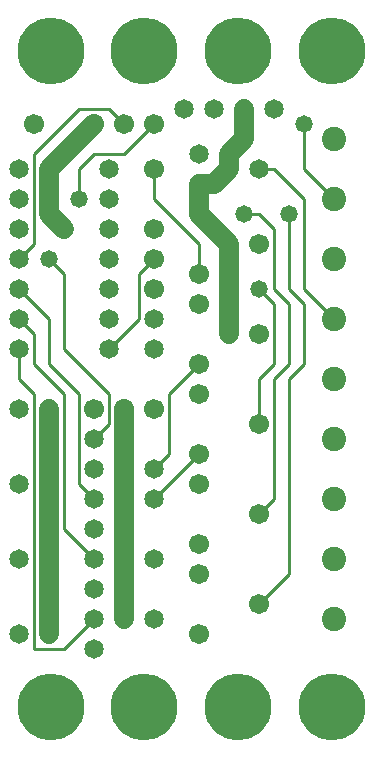
<source format=gtl>
%MOIN*%
%FSLAX25Y25*%
G04 D10 used for Character Trace; *
G04     Circle (OD=.01000) (No hole)*
G04 D11 used for Power Trace; *
G04     Circle (OD=.06700) (No hole)*
G04 D12 used for Signal Trace; *
G04     Circle (OD=.01100) (No hole)*
G04 D13 used for Via; *
G04     Circle (OD=.05800) (Round. Hole ID=.02800)*
G04 D14 used for Component hole; *
G04     Circle (OD=.06500) (Round. Hole ID=.03500)*
G04 D15 used for Component hole; *
G04     Circle (OD=.06700) (Round. Hole ID=.04300)*
G04 D16 used for Component hole; *
G04     Circle (OD=.08100) (Round. Hole ID=.05100)*
G04 D17 used for Component hole; *
G04     Circle (OD=.08900) (Round. Hole ID=.05900)*
G04 D18 used for Component hole; *
G04     Circle (OD=.11300) (Round. Hole ID=.08300)*
G04 D19 used for Component hole; *
G04     Circle (OD=.16000) (Round. Hole ID=.13000)*
G04 D20 used for Component hole; *
G04     Circle (OD=.18300) (Round. Hole ID=.15300)*
G04 D21 used for Component hole; *
G04     Circle (OD=.22291) (Round. Hole ID=.19291)*
%ADD10C,.01000*%
%ADD11C,.06700*%
%ADD12C,.01100*%
%ADD13C,.05800*%
%ADD14C,.06500*%
%ADD15C,.06700*%
%ADD16C,.08100*%
%ADD17C,.08900*%
%ADD18C,.11300*%
%ADD19C,.16000*%
%ADD20C,.18300*%
%ADD21C,.22291*%
%IPPOS*%
%LPD*%
G90*X0Y0D02*D21*X15625Y15625D03*D14*              
X30000Y35000D03*D12*X10000D02*X20000D01*X10000D02*
Y120000D01*X5000Y125000D01*Y135000D01*D14*D03*D12*
X20000Y120000D02*X10000Y130000D01*X20000Y75000D02*
Y120000D01*X30000Y65000D02*X20000Y75000D01*D14*   
X30000Y65000D03*X40000D03*D11*Y45000D01*D14*D03*  
X30000Y55000D03*X50000Y45000D03*X30000D03*D12*    
X20000Y35000D01*D14*X15000Y40000D03*D11*Y65000D01*
D14*D03*D11*Y90000D01*D14*D03*D11*Y115000D01*D14* 
D03*X5000D03*D12*X25000Y90000D02*Y120000D01*      
X30000Y85000D02*X25000Y90000D01*D14*              
X30000Y85000D03*X40000Y95000D03*D11*Y85000D01*D14*
D03*D11*Y65000D01*D14*X30000Y75000D03*            
X50000Y65000D03*Y85000D03*D12*X65000Y100000D01*   
D15*D03*D12*X50000Y95000D02*X55000Y100000D01*D14* 
X50000Y95000D03*D12*X55000Y100000D02*Y120000D01*  
X65000Y130000D01*D15*D03*D13*X75000Y140000D03*D11*
Y170000D01*X65000Y180000D01*D15*D03*D11*          
Y190000D01*D14*D03*D11*X70000D01*X75000Y195000D01*
D14*D03*D11*Y200000D01*X80000Y205000D01*          
Y215000D01*D14*D03*X90000D03*X70000D03*           
X65000Y200000D03*D12*X110000Y185000D02*           
X100000Y195000D01*D16*X110000Y185000D03*D12*      
X100000Y195000D02*Y210000D01*D13*D03*D16*         
X110000Y205000D03*D14*X85000Y195000D03*D12*       
X90000D01*X100000Y185000D01*Y155000D01*           
X110000Y145000D01*D16*D03*D12*X100000Y130000D02*  
Y150000D01*X95000Y125000D02*X100000Y130000D01*    
X95000Y60000D02*Y125000D01*X85000Y50000D02*       
X95000Y60000D01*D15*X85000Y50000D03*              
X65000Y70000D03*Y60000D03*Y40000D03*D16*          
X110000Y45000D03*Y65000D03*D15*X85000Y80000D03*   
D12*X90000Y85000D01*Y125000D01*X95000Y130000D01*  
Y150000D01*X90000Y155000D01*Y175000D01*           
X85000Y180000D01*X80000D01*D13*D03*D15*           
X85000Y170000D03*D13*X95000Y180000D03*D12*        
Y155000D01*X100000Y150000D01*X90000Y130000D02*    
Y150000D01*X85000Y125000D02*X90000Y130000D01*     
X85000Y110000D02*Y125000D01*D15*Y110000D03*       
X65000Y90000D03*Y120000D03*D16*X110000Y85000D03*  
Y105000D03*Y125000D03*D15*X85000Y140000D03*D14*   
X50000Y145000D03*Y135000D03*D15*Y115000D03*D12*   
X35000Y135000D02*X45000Y145000D01*D14*            
X35000Y135000D03*D12*X45000Y145000D02*Y160000D01* 
X50000Y165000D01*D15*D03*Y175000D03*Y155000D03*   
X65000Y150000D03*D14*X35000Y175000D03*D15*        
X65000Y160000D03*D12*Y170000D01*X50000Y185000D01* 
Y195000D01*D15*D03*D12*X30000Y200000D02*X40000D01*
X25000Y195000D02*X30000Y200000D01*                
X25000Y185000D02*Y195000D01*D13*Y185000D03*D14*   
X35000Y195000D03*D13*X15000D03*D11*Y180000D01*    
X20000Y175000D01*D13*D03*X15000Y165000D03*D12*    
X20000Y160000D01*Y135000D01*X35000Y120000D01*     
Y110000D01*X30000Y105000D01*D14*D03*D11*          
X40000Y95000D02*Y115000D01*D15*D03*X30000D03*D12* 
X25000Y120000D02*X15000Y130000D01*Y145000D01*     
X5000Y155000D01*D14*D03*Y165000D03*D12*           
X10000Y170000D01*Y200000D01*X25000Y215000D01*     
X35000D01*X40000Y210000D01*D15*D03*X50000D03*D12* 
X40000Y200000D01*D15*X30000Y210000D03*D11*        
X15000Y195000D01*D14*X5000Y185000D03*Y195000D03*  
D15*X10000Y210000D03*D14*X35000Y185000D03*        
X5000Y175000D03*X35000Y165000D03*D21*             
X46875Y234375D03*X15625D03*D14*X35000Y155000D03*  
X60000Y215000D03*X5000Y145000D03*D12*             
X10000Y140000D01*Y130000D01*D14*X35000Y145000D03* 
X30000Y95000D03*X5000Y90000D03*Y65000D03*D13*     
X85000Y155000D03*D12*X90000Y150000D01*D16*        
X110000Y165000D03*D21*X109375Y234375D03*X78125D03*
D14*X5000Y40000D03*D21*X46875Y15625D03*X78125D03* 
X109375D03*M02*                                   

</source>
